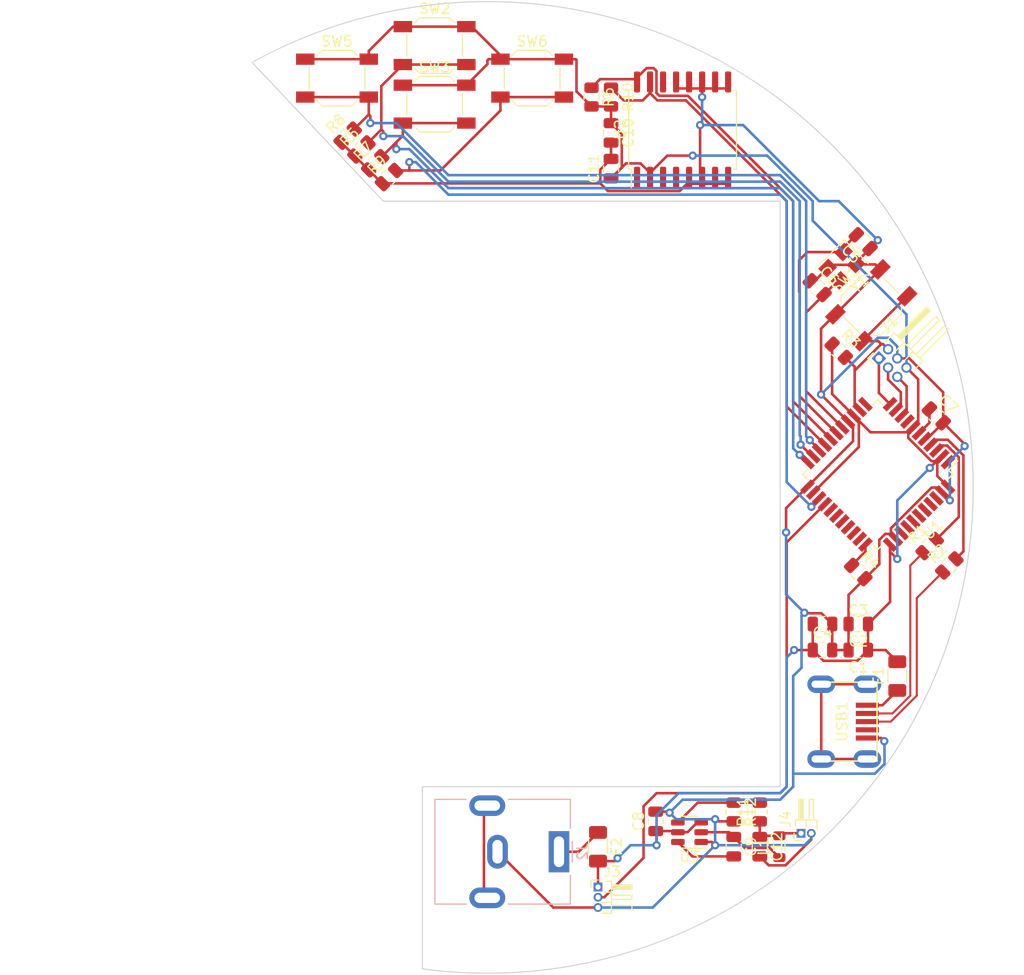
<source format=kicad_pcb>
(kicad_pcb (version 20221018) (generator pcbnew)
  (layers (0 "F.Cu" signal) (31 "B.Cu" signal) (34 "B.Paste" user) (35 "F.Paste" user) (36 "B.SilkS" user "B.Silkscreen") (37 "F.SilkS" user "F.Silkscreen") (38 "B.Mask" user) (39 "F.Mask" user) (44 "Edge.Cuts" user))
  (net 0 "")
  (net 1 "+5V")
  (net 2 "GND")
  (net 3 "Net-(U1-XTAL1)")
  (net 4 "Net-(U1-XTAL2)")
  (net 5 "Net-(U1-UCAP)")
  (net 6 "Net-(U3-SW)")
  (net 7 "Net-(U3-VBST)")
  (net 8 "+1V5")
  (net 9 "VCC")
  (net 10 "Net-(F2-Pad1)")
  (net 11 "MOSI")
  (net 12 "SCLK")
  (net 13 "MISO")
  (net 14 "RESET")
  (net 15 "unconnected-(J2-MountPin-PadMP)")
  (net 16 "LED")
  (net 17 "D-")
  (net 18 "Net-(U1-D-)")
  (net 19 "D+")
  (net 20 "Net-(U1-D+)")
  (net 21 "Net-(U1-~{HWB}{slash}PE2)")
  (net 22 "DP_UP")
  (net 23 "RTC_SCL")
  (net 24 "DP_DOWN")
  (net 25 "DP_LEFT")
  (net 26 "DP_RIGHT")
  (net 27 "RTC_SDA")
  (net 28 "Net-(U3-VFB)")
  (net 50 "unconnected-(USB1-SHIELD-Pad6)")
  (footprint "Capacitor_SMD:C_0805_2012Metric" (layer "F.Cu") (at 159.935 139.91 90)
    (fp_text reference "C8")
    (fp_text value "10uF")
  )
  (footprint "Capacitor_SMD:C_0805_2012Metric" (layer "F.Cu") (at 176.215 120.65)
    (fp_text reference "C3")
    (fp_text value "0.1uF")
  )
  (footprint "Button_Switch_SMD:SW_SPST_SKQG_WithStem" (layer "F.Cu") (at 138.355 64.19)
    (fp_text reference "SW2")
    (fp_text value "SW_Push")
  )
  (footprint "Capacitor_SMD:C_0805_2012Metric" (layer "F.Cu") (at 176.215 123.19)
    (fp_text reference "C4")
    (fp_text value "10uF")
  )
  (footprint "Fuse:Fuse_1206_3216Metric" (layer "F.Cu") (at 183.515 125.73 90)
    (fp_text reference "F1")
    (fp_text value "500mA")
  )
  (footprint "Resistor_SMD:R_0805_2012Metric" (layer "F.Cu") (at 167.555 138.9975 -90)
    (fp_text reference "R12")
    (fp_text value "10k")
  )
  (footprint "Capacitor_SMD:C_0805_2012Metric" (layer "F.Cu") (at 167.555 142.38 -90)
    (fp_text reference "C9")
    (fp_text value "100nF")
  )
  (footprint "Resistor_SMD:R_0805_2012Metric" (layer "F.Cu") (at 188.595 114.935 45)
    (fp_text reference "R2")
    (fp_text value "22")
  )
  (footprint "Capacitor_SMD:C_0805_2012Metric" (layer "F.Cu") (at 187.325 100.33 -45)
    (fp_text reference "C7")
    (fp_text value "1uF")
  )
  (footprint "Resistor_SMD:R_0805_2012Metric" (layer "F.Cu") (at 155.575 69.215 -90)
    (fp_text reference "R10")
    (fp_text value "10k")
  )
  (footprint "Capacitor_SMD:C_0805_2012Metric" (layer "F.Cu") (at 179.71 123.19 180)
    (fp_text reference "C1")
    (fp_text value "0.1uF")
  )
  (footprint "Resistor_SMD:R_0805_2012Metric" (layer "F.Cu") (at 179.705 115.57 -45)
    (fp_text reference "R4")
    (fp_text value "10k")
  )
  (footprint "Inductor_SMD:L_0805_2012Metric" (layer "F.Cu") (at 172 142.380001 90)
    (fp_text reference "L1")
    (fp_text value "1.5uH")
  )
  (footprint "Button_Switch_SMD:SW_SPST_SKQG_WithStem" (layer "F.Cu") (at 128.83 67.365)
    (fp_text reference "SW5")
    (fp_text value "SW_Push")
  )
  (footprint "Fuse:Fuse_1206_3216Metric" (layer "F.Cu") (at 154.305 142.39 -90)
    (fp_text reference "F2")
    (fp_text value "500mA")
  )
  (footprint "Package_TO_SOT_SMD:SOT-23-6" (layer "F.Cu") (at 163.2375 140.97 180)
    (fp_text reference "U3")
    (fp_text value "TPS562200")
  )
  (footprint "Resistor_SMD:R_0805_2012Metric" (layer "F.Cu") (at 131.212489 74.328306 45)
    (fp_text reference "R5")
    (fp_text value "10k")
  )
  (footprint "Package_SO:SOIC-16W_7.5x10.3mm_P1.27mm" (layer "F.Cu") (at 162.56 72.39 90)
    (fp_text reference "U2")
    (fp_text value "DS3231M")
  )
  (footprint "footprints:Molex-0548190589" (layer "F.Cu") (at 176.091993 130.175001)
    (fp_text reference "USB1")
    (fp_text value "Molex-0548190589")
  )
  (footprint "Button_Switch_SMD:SW_SPST_SKQG_WithStem" (layer "F.Cu") (at 147.88 67.365)
    (fp_text reference "SW6")
    (fp_text value "SW_Push")
  )
  (footprint "Capacitor_SMD:C_0805_2012Metric" (layer "F.Cu") (at 155.575 72.710001 -90)
    (fp_text reference "C10")
    (fp_text value "10uF")
  )
  (footprint "Resistor_SMD:R_0805_2012Metric" (layer "F.Cu") (at 153.67 69.215 -90)
    (fp_text reference "R6")
    (fp_text value "10k")
  )
  (footprint "Connector_PinHeader_1.00mm:PinHeader_1x03_P1.00mm_Horizontal" (layer "F.Cu") (at 154.305 146.32)
    (fp_text reference "J3")
    (fp_text value "Conn_01x03")
  )
  (footprint "Capacitor_SMD:C_0805_2012Metric" (layer "F.Cu") (at 170.095 142.38 -90)
    (fp_text reference "C12")
    (fp_text value "22uF")
  )
  (footprint "Crystal:Crystal_SMD_3225-4Pin_3.2x2.5mm" (layer "F.Cu") (at 178.094846 85.725 -135)
    (fp_text reference "Y1")
    (fp_text value "16MHz")
  )
  (footprint "Resistor_SMD:R_0805_2012Metric" (layer "F.Cu") (at 132.559527 75.675345 45)
    (fp_text reference "R7")
    (fp_text value "10k")
  )
  (footprint "Capacitor_SMD:C_0805_2012Metric" (layer "F.Cu") (at 155.575 76.2 90)
    (fp_text reference "C11")
    (fp_text value "0.1uF")
  )
  (footprint "Package_QFP:TQFP-44_10x10mm_P0.8mm" (layer "F.Cu") (at 181.61 106.045 -135)
    (fp_text reference "U1")
    (fp_text value "ATmega32U4-A")
  )
  (footprint "Connector_PinHeader_1.00mm:PinHeader_1x02_P1.00mm_Horizontal" (layer "F.Cu") (at 174.125 141.075 90)
    (fp_text reference "J4")
    (fp_text value "Conn_01x02")
  )
  (footprint "Capacitor_SMD:C_0805_2012Metric" (layer "F.Cu") (at 175.697754 87.818036 -45)
    (fp_text reference "C6")
    (fp_text value "22pF")
  )
  (footprint "Resistor_SMD:R_0805_2012Metric" (layer "F.Cu") (at 129.86545 72.981268 45)
    (fp_text reference "R8")
    (fp_text value "10k")
  )
  (footprint "Resistor_SMD:R_0805_2012Metric" (layer "F.Cu") (at 170.095 138.997499 90)
    (fp_text reference "R11")
    (fp_text value "5.76k")
  )
  (footprint "Resistor_SMD:R_0805_2012Metric" (layer "F.Cu") (at 133.906565 77.022383 45)
    (fp_text reference "R9")
    (fp_text value "10k")
  )
  (footprint "Connector_PinHeader_1.27mm:PinHeader_2x03_P1.27mm_Horizontal" (layer "F.Cu") (at 181.718949 94.723949 45)
    (fp_text reference "J1")
    (fp_text value "Conn_02x03_Counter_Clockwise")
  )
  (footprint "Capacitor_SMD:C_0805_2012Metric" (layer "F.Cu") (at 180.187882 83.327908 135)
    (fp_text reference "C5")
    (fp_text value "22pF")
  )
  (footprint "Button_Switch_SMD:SW_SPST_SKQG_WithStem" (layer "F.Cu") (at 138.355 69.905)
    (fp_text reference "SW3")
    (fp_text value "SW_Push")
  )
  (footprint "Button_Switch_SMD:SW_SPST_SKQG_WithStem" (layer "F.Cu") (at 180.975 89.535 45)
    (fp_text reference "SW1")
    (fp_text value "SW_Push")
  )
  (footprint "Capacitor_SMD:C_0805_2012Metric" (layer "F.Cu") (at 179.71 120.65 180)
    (fp_text reference "C2")
    (fp_text value "0.1uF")
  )
  (footprint "Resistor_SMD:R_0805_2012Metric" (layer "F.Cu") (at 177.8 93.98 -45)
    (fp_text reference "R3")
    (fp_text value "10k")
  )
  (footprint "Resistor_SMD:R_0805_2012Metric" (layer "F.Cu") (at 186.679765 113.040235 45)
    (fp_text reference "R1")
    (fp_text value "22")
  )
  (footprint "Connector_BarrelJack:BarrelJack_CUI_PJ-063AH_Horizontal" (layer "B.Cu") (at 150.495 142.875 90)
    (fp_text reference "J2")
    (fp_text value "Barrel_Jack_MountingPin")
  )
  (gr_line (start 172.085 136.525) (end 137.16 136.525) (stroke (width 0.1)) (layer "Edge.Cuts"))
  (gr_line (start 133.35 79.375) (end 172.085 79.375) (stroke (width 0.1)) (layer "Edge.Cuts"))
  (gr_line (start 137.16 136.525) (end 137.16 154.304999) (stroke (width 0.1)) (layer "Edge.Cuts"))
  (gr_line (start 120.536417 65.83492) (end 133.35 79.375) (stroke (width 0.1)) (layer "Edge.Cuts"))
  (gr_arc (start 120.536417 65.83492) (mid 190.111576 98.558535) (end 137.16 154.304999) (stroke (width 0.1)) (layer "Edge.Cuts"))
  (gr_line (start 172.085 79.375) (end 172.085 136.525) (stroke (width 0.1)) (layer "Edge.Cuts"))
  (segment (start 131.93 64.715) (end 134.305 62.34) (width 0.25) (layer "F.Cu") (net 1))
  (segment (start 187.419152 104.761331) (end 187.419152 106.197298) (width 0.25) (layer "F.Cu") (net 1))
  (segment (start 187.419152 106.197298) (end 188.468936 107.247082) (width 0.25) (layer "F.Cu") (net 1))
  (segment (start 184.590725 101.932904) (end 180.892017 101.932904) (width 0.25) (layer "F.Cu") (net 1))
  (segment (start 185.558922 100.964707) (end 185.558922 96.767871) (width 0.25) (layer "F.Cu") (net 1))
  (segment (start 182.812082 118.497918) (end 182.812082 112.903936) (width 0.25) (layer "F.Cu") (net 1))
  (segment (start 175.265 123.19) (end 176.315 124.24) (width 0.25) (layer "F.Cu") (net 1))
  (segment (start 144.78 65.515) (end 143.63 65.515) (width 0.25) (layer "F.Cu") (net 1))
  (segment (start 152.205 65.59) (end 152.205 68.6625) (width 0.25) (layer "F.Cu") (net 1))
  (segment (start 158.461751 75.69) (end 159.385 76.613249) (width 0.25) (layer "F.Cu") (net 1))
  (segment (start 177.154765 98.195652) (end 177.154765 93.334765) (width 0.25) (layer "F.Cu") (net 1))
  (segment (start 180.66 123.19) (end 180.66 120.65) (width 0.25) (layer "F.Cu") (net 1))
  (segment (start 159.385 76.613249) (end 159.385 77.04) (width 0.25) (layer "F.Cu") (net 1))
  (segment (start 157.035 75.69) (end 158.461751 75.69) (width 0.25) (layer "F.Cu") (net 1))
  (segment (start 180.66 120.65) (end 182.812082 118.497918) (width 0.25) (layer "F.Cu") (net 1))
  (segment (start 135.255 62.34) (end 141.455 62.34) (width 0.25) (layer "F.Cu") (net 1))
  (segment (start 155.575 71.760001) (end 156.625 72.810001) (width 0.25) (layer "F.Cu") (net 1))
  (segment (start 155.575 70.1275) (end 155.575 71.760001) (width 0.25) (layer "F.Cu") (net 1))
  (segment (start 180.892017 101.932904) (end 179.760646 100.801533) (width 0.25) (layer "F.Cu") (net 1))
  (segment (start 141.455 62.34) (end 141.981778 62.34) (width 0.25) (layer "F.Cu") (net 1))
  (segment (start 161.068249 74.93) (end 163.545701 74.93) (width 0.25) (layer "F.Cu") (net 1))
  (segment (start 185.074823 101.448806) (end 185.558922 100.964707) (width 0.25) (layer "F.Cu") (net 1))
  (segment (start 159.935 140.86) (end 161.99 140.86) (width 0.25) (layer "F.Cu") (net 1))
  (segment (start 134.305 62.34) (end 135.255 62.34) (width 0.25) (layer "F.Cu") (net 1))
  (segment (start 185.074823 101.448806) (end 184.590725 101.932904) (width 0.25) (layer "F.Cu") (net 1))
  (segment (start 175.31675 107.812767) (end 179.760646 103.368871) (width 0.25) (layer "F.Cu") (net 1))
  (segment (start 143.51 66) (end 141.455 68.055) (width 0.25) (layer "F.Cu") (net 1))
  (segment (start 163.040749 140.97) (end 163.990749 140.02) (width 0.25) (layer "F.Cu") (net 1))
  (segment (start 154.305 143.79) (end 155.93 143.79) (width 0.25) (layer "F.Cu") (net 1))
  (segment (start 182.812082 112.903936) (end 182.812082 113.597082) (width 0.25) (layer "F.Cu") (net 1))
  (segment (start 160.02 142.24) (end 160.02 140.945) (width 0.25) (layer "F.Cu") (net 1))
  (segment (start 185.558922 96.767871) (end 184.413026 95.621975) (width 0.25) (layer "F.Cu") (net 1))
  (segment (start 187.90325 104.277233) (end 187.822767 104.277233) (width 0.25) (layer "F.Cu") (net 1))
  (segment (start 143.51 65.635) (end 143.51 66) (width 0.25) (layer "F.Cu") (net 1))
  (segment (start 155.575 77.15) (end 157.035 75.69) (width 0.25) (layer "F.Cu") (net 1))
  (segment (start 141.981778 62.34) (end 144.78 65.138222) (width 0.25) (layer "F.Cu") (net 1))
  (segment (start 184.590725 102.484988) (end 184.590725 101.932904) (width 0.25) (layer "F.Cu") (net 1))
  (segment (start 182.375 123.19) (end 183.515 124.33) (width 0.25) (layer "F.Cu") (net 1))
  (segment (start 187.419151 104.761332) (end 186.867069 104.761332) (width 0.25) (layer "F.Cu") (net 1))
  (segment (start 179.276548 100.317435) (end 177.154765 98.195652) (width 0.25) (layer "F.Cu") (net 1))
  (segment (start 135.255 68.055) (end 141.455 68.055) (width 0.25) (layer "F.Cu") (net 1))
  (segment (start 162.1 140.97) (end 163.040749 140.97) (width 0.25) (layer "F.Cu") (net 1))
  (segment (start 144.78 65.138222) (end 144.78 65.515) (width 0.25) (layer "F.Cu") (net 1))
  (segment (start 187.90325 104.277233) (end 187.419152 104.761331) (width 0.25) (layer "F.Cu") (net 1))
  (segment (start 153.67 70.1275) (end 155.575 70.1275) (width 0.25) (layer "F.Cu") (net 1))
  (segment (start 179.61 124.24) (end 180.66 123.19) (width 0.25) (layer "F.Cu") (net 1))
  (segment (start 159.385 76.613249) (end 161.068249 74.93) (width 0.25) (layer "F.Cu") (net 1))
  (segment (start 179.760646 103.368871) (end 179.760646 100.801533) (width 0.25) (layer "F.Cu") (net 1))
  (segment (start 152.13 65.515) (end 152.205 65.59) (width 0.25) (layer "F.Cu") (net 1))
  (segment (start 176.315 124.24) (end 179.61 124.24) (width 0.25) (layer "F.Cu") (net 1))
  (segment (start 187.90325 104.277233) (end 187.419151 104.761332) (width 0.25) (layer "F.Cu") (net 1))
  (segment (start 182.812082 113.597082) (end 183.515 114.3) (width 0.25) (layer "F.Cu") (net 1))
  (segment (start 131.93 65.515) (end 131.93 64.715) (width 0.25) (layer "F.Cu") (net 1))
  (segment (start 175.265 123.19) (end 175.265 120.65) (width 0.25) (layer "F.Cu") (net 1))
  (segment (start 187.822767 104.277233) (end 186.69 105.41) (width 0.25) (layer "F.Cu") (net 1))
  (segment (start 143.63 65.515) (end 143.51 65.635) (width 0.25) (layer "F.Cu") (net 1))
  (segment (start 156.625 72.810001) (end 156.625 76.1) (width 0.25) (layer "F.Cu") (net 1))
  (segment (start 144.78 65.515) (end 150.98 65.515) (width 0.25) (layer "F.Cu") (net 1))
  (segment (start 125.73 65.515) (end 131.93 65.515) (width 0.25) (layer "F.Cu") (net 1))
  (segment (start 150.98 65.515) (end 152.13 65.515) (width 0.25) (layer "F.Cu") (net 1))
  (segment (start 161.99 140.86) (end 162.1 140.97) (width 0.25) (layer "F.Cu") (net 1))
  (segment (start 186.867069 104.761332) (end 184.590725 102.484988) (width 0.25) (layer "F.Cu") (net 1))
  (segment (start 163.990749 140.02) (end 164.375 140.02) (width 0.25) (layer "F.Cu") (net 1))
  (segment (start 160.02 140.945) (end 159.935 140.86) (width 0.25) (layer "F.Cu") (net 1))
  (segment (start 173.4445 123.19) (end 175.265 123.19) (width 0.25) (layer "F.Cu") (net 1))
  (segment (start 152.205 68.6625) (end 153.67 70.1275) (width 0.25) (layer "F.Cu") (net 1))
  (segment (start 154.305 143.79) (end 154.305 146.32) (width 0.25) (layer "F.Cu") (net 1))
  (segment (start 180.66 123.19) (end 182.375 123.19) (width 0.25) (layer "F.Cu") (net 1))
  (segment (start 156.625 76.1) (end 155.575 77.15) (width 0.25) (layer "F.Cu") (net 1))
  (segment (start 179.760646 100.801533) (end 179.276548 100.317435) (width 0.25) (layer "F.Cu") (net 1))
  (segment (start 155.93 143.79) (end 156.21 143.51) (width 0.25) (layer "F.Cu") (net 1))
  (via (at 160.02 142.24) (size 0.8) (drill 0.4) (layers "F.Cu" "B.Cu") (net 1))
  (via (at 163.545701 74.93) (size 0.8) (drill 0.4) (layers "F.Cu" "B.Cu") (net 1))
  (via (at 186.69 105.41) (size 0.8) (drill 0.4) (layers "F.Cu" "B.Cu") (net 1))
  (via (at 156.21 143.51) (size 0.8) (drill 0.4) (layers "F.Cu" "B.Cu") (net 1))
  (via (at 173.4445 123.19) (size 0.8) (drill 0.4) (layers "F.Cu" "B.Cu") (net 1))
  (via (at 183.515 114.3) (size 0.8) (drill 0.4) (layers "F.Cu" "B.Cu") (net 1))
  (segment (start 162.169695 137.16) (end 172.085 137.16) (width 0.25) (layer "B.Cu") (net 1))
  (segment (start 184.413026 90.433026) (end 184.413026 95.621975) (width 0.25) (layer "B.Cu") (net 1))
  (segment (start 170.815 74.93) (end 175.26 79.375) (width 0.25) (layer "B.Cu") (net 1))
  (segment (start 186.69 105.41) (end 183.515 108.585) (width 0.25) (layer "B.Cu") (net 1))
  (segment (start 160.02 142.24) (end 160.02 139.309695) (width 0.25) (layer "B.Cu") (net 1))
  (segment (start 175.26 79.375) (end 175.26 81.28) (width 0.25) (layer "B.Cu") (net 1))
  (segment (start 183.515 108.585) (end 183.515 114.3) (width 0.25) (layer "B.Cu") (net 1))
  (segment (start 172.72 135.255) (end 172.72 123.9145) (width 0.25) (layer "B.Cu") (net 1))
  (segment (start 157.48 142.24) (end 160.02 142.24) (width 0.25) (layer "B.Cu") (net 1))
  (segment (start 172.72 136.525) (end 172.72 135.255) (width 0.25) (layer "B.Cu") (net 1))
  (segment (start 160.02 139.309695) (end 162.169695 137.16) (width 0.25) (layer "B.Cu") (net 1))
  (segment (start 175.26 81.28) (end 184.413026 90.433026) (width 0.25) (layer "B.Cu") (net 1))
  (segment (start 172.085 137.16) (end 172.72 136.525) (width 0.25) (layer "B.Cu") (net 1))
  (segment (start 163.545701 74.93) (end 170.815 74.93) (width 0.25) (layer "B.Cu") (net 1))
  (segment (start 156.21 143.51) (end 157.48 142.24) (width 0.25) (layer "B.Cu") (net 1))
  (segment (start 172.72 123.9145) (end 173.4445 123.19) (width 0.25) (layer "B.Cu") (net 1))
  (segment (start 179.473704 85.548223) (end 179.473704 85.385588) (width 0.25) (layer "F.Cu") (net 2))
  (segment (start 186.867069 107.328668) (end 187.419151 107.328668) (width 0.25) (layer "F.Cu") (net 2))
  (segment (start 164.270201 76.845201) (end 164.465 77.04) (width 0.25) (layer "F.Cu") (net 2))
  (segment (start 179.473704 85.548223) (end 179.431546 85.590381) (width 0.25) (layer "F.Cu") (net 2))
  (segment (start 186.418325 102.580177) (end 187.996751 101.001751) (width 0.25) (layer "F.Cu") (net 2))
  (segment (start 182.893668 111.854151) (end 182.893668 111.302069) (width 0.25) (layer "F.Cu") (net 2))
  (segment (start 180.859633 83.935367) (end 181.61 83.185) (width 0.25) (layer "F.Cu") (net 2))
  (segment (start 167.005 77.675) (end 163.195 77.675) (width 0.25) (layer "F.Cu") (net 2))
  (segment (start 133.26133 77.667618) (end 133.290775 77.638173) (width 0.25) (layer "F.Cu") (net 2))
  (segment (start 187.419151 107.328668) (end 187.90325 107.812767) (width 0.25) (layer "F.Cu") (net 2))
  (segment (start 164.465 68.375) (end 163.195 68.375) (width 0.25) (layer "F.Cu") (net 2))
  (segment (start 164.270201 71.949799) (end 164.270201 76.845201) (width 0.25) (layer "F.Cu") (net 2))
  (segment (start 170.970001 144.205001) (end 172.606479 144.205001) (width 0.25) (layer "F.Cu") (net 2))
  (segment (start 163.195 77.466751) (end 163.195 77.04) (width 0.25) (layer "F.Cu") (net 2))
  (segment (start 187.996751 101.001751) (end 190.088647 103.093647) (width 0.25) (layer "F.Cu") (net 2))
  (segment (start 155.276827 78.39) (end 162.271751 78.39) (width 0.25) (layer "F.Cu") (net 2))
  (segment (start 181.762298 112.43344) (end 181.762298 114.803172) (width 0.25) (layer "F.Cu") (net 2))
  (segment (start 179.194961 102.803185) (end 179.194961 101.367219) (width 0.25) (layer "F.Cu") (net 2))
  (segment (start 130.567254 74.973541) (end 130.567254 74.973542) (width 0.25) (layer "F.Cu") (net 2))
  (segment (start 182.893669 111.854152) (end 182.341586 111.854152) (width 0.25) (layer "F.Cu") (net 2))
  (segment (start 165.735 68.375) (end 167.005 68.375) (width 0.25) (layer "F.Cu") (net 2))
  (segment (start 175.125 141.68648) (end 175.125 141.075) (width 0.25) (layer "F.Cu") (net 2))
  (segment (start 187.996751 98.038973) (end 187.996751 101.001751) (width 0.25) (layer "F.Cu") (net 2))
  (segment (start 175.026003 87.146285) (end 175.47148 87.146285) (width 0.25) (layer "F.Cu") (net 2))
  (segment (start 159.935 138.96) (end 161.185 138.96) (width 0.25) (layer "F.Cu") (net 2))
  (segment (start 180.859633 83.999659) (end 180.859633 83.935367) (width 0.25) (layer "F.Cu") (net 2))
  (segment (start 180.591993 131.775001) (end 181.940001 131.775001) (width 0.25) (layer "F.Cu") (net 2))
  (segment (start 178.76 117.80547) (end 180.350235 116.215235) (width 0.25) (layer "F.Cu") (net 2))
  (segment (start 176.075951 98.248209) (end 176.075951 91.817753) (width 0.25) (layer "F.Cu") (net 2))
  (segment (start 131.914292 76.32058) (end 133.26133 77.667618) (width 0.25) (layer "F.Cu") (net 2))
  (segment (start 181.762298 114.803172) (end 180.350235 116.215235) (width 0.25) (layer "F.Cu") (net 2))
  (segment (start 190.088647 103.093647) (end 190.088647 103.281353) (width 0.25) (layer "F.Cu") (net 2))
  (segment (start 181.940001 131.775001) (end 182.245 132.08) (width 0.25) (layer "F.Cu") (net 2))
  (segment (start 181.372285 85.548223) (end 181.858883 86.034821) (width 0.25) (layer "F.Cu") (net 2))
  (segment (start 183.515 94.723949) (end 184.681727 94.723949) (width 0.25) (layer "F.Cu") (net 2))
  (segment (start 179.431546 85.590381) (end 177.027384 85.590381) (width 0.25) (layer "F.Cu") (net 2))
  (segment (start 179.194961 101.367219) (end 178.710862 100.88312) (width 0.25) (layer "F.Cu") (net 2))
  (segment (start 179.473704 85.548223) (end 181.372285 85.548223) (width 0.25) (layer "F.Cu") (net 2))
  (segment (start 175.47148 87.146285) (end 176.715988 85.901777) (width 0.25) (layer "F.Cu") (net 2))
  (segment (start 176.115 119.6) (end 174.4945 119.6) (width 0.25) (layer "F.Cu") (net 2))
  (segment (start 144.495 142.875) (end 149.94 148.32) (width 0.25) (layer "F.Cu") (net 2))
  (segment (start 161.925 68.375) (end 163.195 68.375) (width 0.25) (layer "F.Cu") (net 2))
  (segment (start 178.76 123.19) (end 178.76 120.65) (width 0.25) (layer "F.Cu") (net 2))
  (segment (start 177.165 123.19) (end 177.165 120.65) (width 0.25) (layer "F.Cu") (net 2))
  (segment (start 177.165 120.65) (end 176.115 119.6) (width 0.25) (layer "F.Cu") (net 2))
  (segment (start 161.185 138.96) (end 161.29 139.065) (width 0.25) (layer "F.Cu") (net 2))
  (segment (start 154.525 77.638173) (end 155.276827 78.39) (width 0.25) (layer "F.Cu") (net 2))
  (segment (start 178.76 123.19) (end 177.165 123.19) (width 0.25) (layer "F.Cu") (net 2))
  (segment (start 182.341586 111.854152) (end 181.762298 112.43344) (width 0.25) (layer "F.Cu") (net 2))
  (segment (start 178.710862 100.88312) (end 176.075951 98.248209) (width 0.25) (layer "F.Cu") (net 2))
  (segment (start 133.290775 77.638173) (end 154.525 77.638173) (width 0.25) (layer "F.Cu") (net 2))
  (segment (start 187.90325 107.831205) (end 188.644924 108.572879) (width 0.25) (layer "F.Cu") (net 2))
  (segment (start 164.465 68.375) (end 165.735 68.375) (width 0.25) (layer "F.Cu") (net 2))
  (segment (start 178.76 120.65) (end 178.76 117.80547) (width 0.25) (layer "F.Cu") (net 2))
  (segment (start 155.575 73.660001) (end 155.575 75.25) (width 0.25) (layer "F.Cu") (net 2))
  (segment (start 129.220216 73.626503) (end 130.567254 74.973541) (width 0.25) (layer "F.Cu") (net 2))
  (segment (start 164.465 67.74) (end 164.465 69.215) (width 0.25) (layer "F.Cu") (net 2))
  (segment (start 167.005 77.04) (end 167.005 77.675) (width 0.25) (layer "F.Cu") (net 2))
  (segment (start 172.606479 144.205001) (end 175.125 141.68648) (width 0.25) (layer "F.Cu") (net 2))
  (segment (start 154.525 76.3) (end 154.525 77.638173) (width 0.25) (layer "F.Cu") (net 2))
  (segment (start 186.206194 102.580177) (end 186.418325 102.580177) (width 0.25) (layer "F.Cu") (net 2))
  (segment (start 174.751064 107.247082) (end 179.194961 102.803185) (width 0.25) (layer "F.Cu") (net 2))
  (segment (start 183.377767 112.33825) (end 182.893669 111.854152) (width 0.25) (layer "F.Cu") (net 2))
  (segment (start 155.575 75.25) (end 154.525 76.3) (width 0.25) (layer "F.Cu") (net 2))
  (segment (start 162.271751 78.39) (end 163.195 77.466751) (width 0.25) (layer "F.Cu") (net 2))
  (segment (start 129.220215 73.626503) (end 129.220216 73.626503) (width 0.25) (layer "F.Cu") (net 2))
  (segment (start 164.375 141.92) (end 165.415 141.92) (width 0.25) (layer "F.Cu") (net 2))
  (segment (start 167.555 139.91) (end 165.945 139.91) (width 0.25) (layer "F.Cu") (net 2))
  (segment (start 170.095 143.33) (end 170.970001 144.205001) (width 0.25) (layer "F.Cu") (net 2))
  (segment (start 174.751064 107.247082) (end 172.66383 109.334316) (width 0.25) (layer "F.Cu") (net 2))
  (segment (start 179.473704 85.385588) (end 180.859633 83.999659) (width 0.25) (layer "F.Cu") (net 2))
  (segment (start 182.893668 111.302069) (end 186.867069 107.328668) (width 0.25) (layer "F.Cu") (net 2))
  (segment (start 130.567254 74.973542) (end 131.914292 76.32058) (width 0.25) (layer "F.Cu") (net 2))
  (segment (start 181.858883 86.034821) (end 177.474821 90.418883) (width 0.25) (layer "F.Cu") (net 2))
  (segment (start 176.075951 91.817753) (end 177.474821 90.418883) (width 0.25) (layer "F.Cu") (net 2))
  (segment (start 172.66383 109.334316) (end 172.66383 111.70383) (width 0.25) (layer "F.Cu") (net 2))
  (segment (start 187.90325 107.812767) (end 187.90325 107.831205) (width 0.25) (layer "F.Cu") (net 2))
  (segment (start 183.377767 112.33825) (end 182.893668 111.854151) (width 0.25) (layer "F.Cu") (net 2))
  (segment (start 165.945 139.91) (end 165.735 139.7) (width 0.25) (layer "F.Cu") (net 2))
  (segment (start 184.681727 94.723949) (end 187.996751 98.038973) (width 0.25) (layer "F.Cu") (net 2))
  (segment (start 177.027384 85.590381) (end 176.715988 85.901777) (width 0.25) (layer "F.Cu") (net 2))
  (segment (start 165.415 141.92) (end 165.735 142.24) (width 0.25) (layer "F.Cu") (net 2))
  (segment (start 149.94 148.32) (end 154.305 148.32) (width 0.25) (layer "F.Cu") (net 2))
  (via (at 165.735 142.24) (size 0.8) (drill 0.4) (layers "F.Cu" "B.Cu") (net 2))
  (via (at 164.465 69.215) (size 0.8) (drill 0.4) (layers "F.Cu" "B.Cu") (net 2))
  (via (at 182.245 132.08) (size 0.8) (drill 0.4) (layers "F.Cu" "B.Cu") (net 2))
  (via (at 172.66383 111.70383) (size 0.8) (drill 0.4) (layers "F.Cu" "B.Cu") (net 2))
  (via (at 165.735 139.7) (size 0.8) (drill 0.4) (layers "F.Cu" "B.Cu") (net 2))
  (via (at 174.444901 119.545208) (size 0.8) (drill 0.4) (layers "F.Cu" "B.Cu") (net 2))
  (via (at 161.29 139.065) (size 0.8) (drill 0.4) (layers "F.Cu" "B.Cu") (net 2))
  (via (at 190.088647 103.281353) (size 0.8) (drill 0.4) (layers "F.Cu" "B.Cu") (net 2))
  (via (at 176.075951 98.248209) (size 0.8) (drill 0.4) (layers "F.Cu" "B.Cu") (net 2))
  (via (at 188.644924 108.572879) (size 0.8) (drill 0.4) (layers "F.Cu" "B.Cu") (net 2))
  (via (at 181.61 83.185) (size 0.8) (drill 0.4) (layers "F.Cu" "B.Cu") (net 2))
  (via (at 164.270201 71.949799) (size 0.8) (drill 0.4) (layers "F.Cu" "B.Cu") (net 2))
  (segment (start 182.266993 132.101993) (end 182.266993 134.311702) (width 0.25) (layer "B.Cu") (net 2))
  (segment (start 159.655 148.32) (end 165.735 142.24) (width 0.25) (layer "B.Cu") (net 2))
  (segment (start 183.515 94.723949) (end 183.515 93.557222) (width 0.25) (layer "B.Cu") (net 2))
  (segment (start 182.245 132.08) (end 182.266993 132.101993) (width 0.25) (layer "B.Cu") (net 2))
  (segment (start 172.66383 111.70383) (end 172.66383 117.764137) (width 0.25) (layer "B.Cu") (net 2))
  (segment (start 175.125 141.075) (end 175.125 141.575) (width 0.25) (layer "B.Cu") (net 2))
  (segment (start 181.323695 135.255) (end 173.355 135.255) (width 0.25) (layer "B.Cu") (net 2))
  (segment (start 175.125 141.575) (end 174.46 142.24) (width 0.25) (layer "B.Cu") (net 2))
  (segment (start 164.465 69.215) (end 164.465 71.755) (width 0.25) (layer "B.Cu") (net 2))
  (segment (start 161.29 139.065) (end 161.925 139.7) (width 0.25) (layer "B.Cu") (net 2))
  (segment (start 174.1695 124.9155) (end 174.1695 119.820609) (width 0.25) (layer "B.Cu") (net 2))
  (segment (start 183.515 93.557222) (end 182.667778 92.71) (width 0.25) (layer "B.Cu") (net 2))
  (segment (start 182.266993 134.311702) (end 181.323695 135.255) (width 0.25) (layer "B.Cu") (net 2))
  (segment (start 173.355 125.73) (end 174.1695 124.9155) (width 0.25) (layer "B.Cu") (net 2))
  (segment (start 173.355 136.525) (end 173.355 135.255) (width 0.25) (layer "B.Cu") (net 2))
  (segment (start 174.46 142.24) (end 165.735 142.24) (width 0.25) (layer "B.Cu") (net 2))
  (segment (start 188.644924 108.572879) (end 188.644924 104.725076) (width 0.25) (layer "B.Cu") (net 2))
  (segment (start 162.56 137.795) (end 172.085 137.795) (width 0.25) (layer "B.Cu") (net 2))
  (segment (start 154.305 148.32) (end 159.655 148.32) (width 0.25) (layer "B.Cu") (net 2))
  (segment (start 172.66383 117.764137) (end 174.444901 119.545208) (width 0.25) (layer "B.Cu") (net 2))
  (segment (start 168.471195 71.949799) (end 164.270201 71.949799) (width 0.25) (layer "B.Cu") (net 2))
  (segment (start 175.895 79.373604) (end 168.471195 71.949799) (width 0.25) (layer "B.Cu") (net 2))
  (segment (start 164.465 71.755) (end 164.270201 71.949799) (width 0.25) (layer "B.Cu") (net 2))
  (segment (start 172.085 137.795) (end 173.355 136.525) (width 0.25) (layer "B.Cu") (net 2))
  (segment (start 182.667778 92.71) (end 181.61416 92.71) (width 0.25) (layer "B.Cu") (net 2))
  (segment (start 177.798604 79.373604) (end 175.895 79.373604) (width 0.25) (layer "B.Cu") (net 2))
  (segment (start 173.355 135.255) (end 173.355 125.73) (width 0.25) (layer "B.Cu") (net 2))
  (segment (start 161.29 139.065) (end 162.56 137.795) (width 0.25) (layer "B.Cu") (net 2))
  (segment (start 181.61 83.185) (end 177.798604 79.373604) (width 0.25) (layer "B.Cu") (net 2))
  (segment (start 165.735 139.7) (end 165.735 142.24) (width 0.25) (layer "B.Cu") (net 2))
  (segment (start 181.61416 92.71) (end 176.075951 98.248209) (width 0.25) (layer "B.Cu") (net 2))
  (segment (start 188.644924 104.725076) (end 190.088647 103.281353) (width 0.25) (layer "B.Cu") (net 2))
  (segment (start 161.925 139.7) (end 165.735 139.7) (width 0.25) (layer "B.Cu") (net 2))
  (segment (start 174.1695 119.820609) (end 174.444901 119.545208) (width 0.25) (layer "B.Cu") (net 2))
  (segment (start 173.99 88.265) (end 173.99 98.425) (width 0.25) (layer "F.Cu") (net 3))
  (segment (start 178.271623 84.346142) (end 178.271623 83.900665) (width 0.25) (layer "F.Cu") (net 3))
  (segment (start 173.99 98.425) (end 177.579491 102.014491) (width 0.25) (layer "F.Cu") (net 3))
  (segment (start 173.938351 85.141649) (end 173.938351 88.213351) (width 0.25) (layer "F.Cu") (net 3))
  (segment (start 178.271623 84.346142) (end 174.733858 84.346142) (width 0.25) (layer "F.Cu") (net 3))
  (segment (start 173.938351 88.213351) (end 173.99 88.265) (width 0.25) (layer "F.Cu") (net 3))
  (segment (start 178.271623 83.900665) (end 179.516131 82.656157) (width 0.25) (layer "F.Cu") (net 3))
  (segment (start 174.733858 84.346142) (end 173.938351 85.141649) (width 0.25) (layer "F.Cu") (net 3))
  (segment (start 174.625 97.928629) (end 174.625 90.234292) (width 0.25) (layer "F.Cu") (net 4))
  (segment (start 178.145177 101.448806) (end 174.625 97.928629) (width 0.25) (layer "F.Cu") (net 4))
  (segment (start 177.755434 87.103858) (end 176.369505 88.489787) (width 0.25) (layer "F.Cu") (net 4))
  (segment (start 174.625 90.234292) (end 176.369505 88.489787) (width 0.25) (layer "F.Cu") (net 4))
  (segment (start 177.918069 87.103858) (end 177.755434 87.103858) (width 0.25) (layer "F.Cu") (net 4))
  (segment (start 186.653249 101.001751) (end 186.653249 99.658249) (width 0.25) (layer "F.Cu") (net 5))
  (segment (start 185.640509 102.014491) (end 186.653249 101.001751) (width 0.25) (layer "F.Cu") (net 5))
  (segment (start 171.062499 142.505) (end 168.63 142.505) (width 0.25) (layer "F.Cu") (net 6))
  (segment (start 172 143.442501) (end 171.062499 142.505) (width 0.25) (layer "F.Cu") (net 6))
  (segment (start 164.375 140.97) (end 167.095 140.97) (width 0.25) (layer "F.Cu") (net 6))
  (segment (start 167.095 140.97) (end 167.555 141.43) (width 0.25) (layer "F.Cu") (net 6))
  (segment (start 168.63 142.505) (end 167.555 141.43) (width 0.25) (layer "F.Cu") (net 6))
  (segment (start 163.509999 143.33) (end 162.1 141.92) (width 0.25) (layer "F.Cu") (net 7))
  (segment (start 167.555 143.33) (end 163.509999 143.33) (width 0.25) (layer "F.Cu") (net 7))
  (segment (start 170.2075 141.317501) (end 170.095 141.430001) (width 0.25) (layer "F.Cu") (net 8))
  (segment (start 172.242501 141.075) (end 172 141.317501) (width 0.25) (layer "F.Cu") (net 8))
  (segment (start 170.095 141.430001) (end 170.095 139.91) (width 0.25) (layer "F.Cu") (net 8))
  (segment (start 174.125 141.075) (end 172.242501 141.075) (width 0.25) (layer "F.Cu") (net 8))
  (segment (start 172 141.317501) (end 170.2075 141.317501) (width 0.25) (layer "F.Cu") (net 8))
  (segment (start 182.069999 128.575001) (end 183.515 127.13) (width 0.25) (layer "F.Cu") (net 9))
  (segment (start 180.591993 128.575001) (end 182.069999 128.575001) (width 0.25) (layer "F.Cu") (net 9))
  (segment (start 152.42 142.875) (end 150.495 142.875) (width 0.25) (layer "F.Cu") (net 10))
  (segment (start 154.305 140.99) (end 152.42 142.875) (width 0.25) (layer "F.Cu") (net 10))
  (segment (start 183.861866 98.033593) (end 182.616975 96.788702) (width 0.25) (layer "F.Cu") (net 11))
  (segment (start 182.616975 96.788702) (end 182.616975 95.621975) (width 0.25) (layer "F.Cu") (net 11))
  (segment (start 183.377767 99.75175) (end 183.861866 99.267651) (width 0.25) (layer "F.Cu") (net 11))
  (segment (start 183.861866 99.267651) (end 183.861866 98.033593) (width 0.25) (layer "F.Cu") (net 11))
  (segment (start 184.427551 97.432551) (end 183.515 96.52) (width 0.25) (layer "F.Cu") (net 12))
  (segment (start 183.943452 100.317435) (end 184.427551 99.833336) (width 0.25) (layer "F.Cu") (net 12))
  (segment (start 184.427551 99.833336) (end 184.427551 97.432551) (width 0.25) (layer "F.Cu") (net 12))
  (segment (start 182.812082 99.186064) (end 181.718949 98.092931) (width 0.25) (layer "F.Cu") (net 13))
  (segment (start 181.718949 98.092931) (end 181.718949 94.723949) (width 0.25) (layer "F.Cu") (net 13))
  (segment (start 178.445235 94.625235) (end 179.358134 95.538134) (width 0.25) (layer "F.Cu") (net 14))
  (segment (start 182.116976 93.325924) (end 182.616975 93.825923) (width 0.25) (layer "F.Cu") (net 14))
  (segment (start 180.091117 93.035179) (end 181.659501 93.035179) (width 0.25) (layer "F.Cu") (net 14))
  (segment (start 181.659501 93.035179) (end 181.950246 93.325924) (width 0.25) (layer "F.Cu") (net 14))
  (segment (start 179.358134 99.267651) (end 179.358134 95.918036) (width 0.25) (layer "F.Cu") (net 14))
  (segment (start 179.842233 99.75175) (end 179.358134 99.267651) (width 0.25) (layer "F.Cu") (net 14))
  (segment (start 181.950246 93.325924) (end 182.116976 93.325924) (width 0.25) (layer "F.Cu") (net 14))
  (segment (start 179.358134 95.538134) (end 179.358134 95.918036) (width 0.25) (layer "F.Cu") (net 14))
  (segment (start 180.091117 93.035179) (end 184.475179 88.651117) (width 0.25) (layer "F.Cu") (net 14))
  (segment (start 179.358134 95.918036) (end 181.950246 93.325924) (width 0.25) (layer "F.Cu") (net 14))
  (segment (start 143.17 147.05) (end 143.17 138.7) (width 0.25) (layer "F.Cu") (net 15))
  (segment (start 143.17 138.7) (end 143.495 138.375) (width 0.25) (layer "F.Cu") (net 15))
  (segment (start 143.495 147.375) (end 143.17 147.05) (width 0.25) (layer "F.Cu") (net 15))
  (segment (start 160.02 137.16) (end 158.75 138.43) (width 0.25) (layer "F.Cu") (net 16))
  (segment (start 154.90604 147.32) (end 154.305 147.32) (width 0.25) (layer "F.Cu") (net 16))
  (segment (start 158.75 138.43) (end 158.75 143.47604) (width 0.25) (layer "F.Cu") (net 16))
  (segment (start 172.085 137.16) (end 160.02 137.16) (width 0.25) (layer "F.Cu") (net 16))
  (segment (start 172.72 112.672258) (end 172.72 136.525) (width 0.25) (layer "F.Cu") (net 16))
  (segment (start 176.44812 108.944138) (end 172.72 112.672258) (width 0.25) (layer "F.Cu") (net 16))
  (segment (start 172.72 136.525) (end 172.085 137.16) (width 0.25) (layer "F.Cu") (net 16))
  (segment (start 158.75 143.47604) (end 154.90604 147.32) (width 0.25) (layer "F.Cu") (net 16))
  (segment (start 180.591993 129.375001) (end 183.047816 129.375001) (width 0.2) (layer "F.Cu") (net 17))
  (segment (start 184.785 127.637817) (end 184.785 114.935) (width 0.2) (layer "F.Cu") (net 17))
  (segment (start 184.785 114.935) (end 186.03453 113.68547) (width 0.2) (layer "F.Cu") (net 17))
  (segment (start 183.047816 129.375001) (end 184.785 127.637817) (width 0.2) (layer "F.Cu") (net 17))
  (segment (start 189.51872 110.20128) (end 189.51872 104.372422) (width 0.25) (layer "F.Cu") (net 18))
  (segment (start 188.373746 103.227449) (end 187.821664 103.227449) (width 0.25) (layer "F.Cu") (net 18))
  (segment (start 187.821664 103.227449) (end 187.337565 103.711548) (width 0.25) (layer "F.Cu") (net 18))
  (segment (start 189.51872 104.372422) (end 188.373746 103.227449) (width 0.25) (layer "F.Cu") (net 18))
  (segment (start 187.325 112.395) (end 189.51872 110.20128) (width 0.25) (layer "F.Cu") (net 18))
  (segment (start 182.88 130.175) (end 185.42 127.635) (width 0.2) (layer "F.Cu") (net 19))
  (segment (start 180.591993 130.175001) (end 182.88 130.175) (width 0.2) (layer "F.Cu") (net 19))
  (segment (start 185.42 118.11) (end 187.949765 115.580235) (width 0.2) (layer "F.Cu") (net 19))
  (segment (start 185.42 127.635) (end 185.42 118.11) (width 0.2) (layer "F.Cu") (net 19))
  (segment (start 189.96872 104.186026) (end 188.444458 102.661764) (width 0.25) (layer "F.Cu") (net 20))
  (segment (start 189.240235 114.289765) (end 189.96872 113.56128) (width 0.25) (layer "F.Cu") (net 20))
  (segment (start 187.255978 102.661764) (end 186.77188 103.145862) (width 0.25) (layer "F.Cu") (net 20))
  (segment (start 189.96872 113.56128) (end 189.96872 104.186026) (width 0.25) (layer "F.Cu") (net 20))
  (segment (start 188.444458 102.661764) (end 187.255978 102.661764) (width 0.25) (layer "F.Cu") (net 20))
  (segment (start 180.407918 112.903936) (end 180.407918 113.576612) (width 0.25) (layer "F.Cu") (net 21))
  (segment (start 180.407918 113.576612) (end 179.059765 114.924765) (width 0.25) (layer "F.Cu") (net 21))
  (segment (start 135.255 66.04) (end 133.155 68.14) (width 0.25) (layer "F.Cu") (net 22))
  (segment (start 175.31675 104.277233) (end 175.216236 104.277233) (width 0.25) (layer "F.Cu") (net 22))
  (segment (start 133.35 72.580795) (end 133.35 73.025) (width 0.25) (layer "F.Cu") (net 22))
  (segment (start 133.155 72.385795) (end 133.35 72.580795) (width 0.25) (layer "F.Cu") (net 22))
  (segment (start 133.155 68.14) (end 133.155 72.385795) (width 0.25) (layer "F.Cu") (net 22))
  (segment (start 133.155 72.385795) (end 131.857724 73.683071) (width 0.25) (layer "F.Cu") (net 22))
  (segment (start 135.255 66.04) (end 141.455 66.04) (width 0.25) (layer "F.Cu") (net 22))
  (segment (start 175.216236 104.277233) (end 174.0795 103.140497) (width 0.25) (layer "F.Cu") (net 22))
  (via (at 133.35 73.025) (size 0.8) (drill 0.4) (layers "F.Cu" "B.Cu") (net 22))
  (via (at 174.0795 103.140497) (size 0.8) (drill 0.4) (layers "F.Cu" "B.Cu") (net 22))
  (segment (start 135.257792 73.025) (end 133.35 73.025) (width 0.25) (layer "B.Cu") (net 22))
  (segment (start 174.0795 102.3245) (end 173.99 102.235) (width 0.25) (layer "B.Cu") (net 22))
  (segment (start 173.99 79.375) (end 172.085 77.47) (width 0.25) (layer "B.Cu") (net 22))
  (segment (start 173.99 102.235) (end 173.99 79.375) (width 0.25) (layer "B.Cu") (net 22))
  (segment (start 174.0795 103.140497) (end 174.0795 102.3245) (width 0.25) (layer "B.Cu") (net 22))
  (segment (start 139.702792 77.47) (end 135.257792 73.025) (width 0.25) (layer "B.Cu") (net 22))
  (segment (start 172.085 77.47) (end 139.702792 77.47) (width 0.25) (layer "B.Cu") (net 22))
  (segment (start 159.038249 66.39) (end 158.115 67.313249) (width 0.25) (layer "F.Cu") (net 23))
  (segment (start 154.5075 67.465) (end 157.84 67.465) (width 0.25) (layer "F.Cu") (net 23))
  (segment (start 160.288249 69.09) (end 160.01 68.811751) (width 0.25) (layer "F.Cu") (net 23))
  (segment (start 160.01 66.668249) (end 159.731751 66.39) (width 0.25) (layer "F.Cu") (net 23))
  (segment (start 153.67 68.3025) (end 154.5075 67.465) (width 0.25) (layer "F.Cu") (net 23))
  (segment (start 163.071396 69.09) (end 160.288249 69.09) (width 0.25) (layer "F.Cu") (net 23))
  (segment (start 173.355 98.921371) (end 173.355 79.375) (width 0.25) (layer "F.Cu") (net 23))
  (segment (start 157.84 67.465) (end 158.115 67.74) (width 0.25) (layer "F.Cu") (net 23))
  (segment (start 173.17 79.19) (end 173.17 79.188604) (width 0.25) (layer "F.Cu") (net 23))
  (segment (start 158.115 67.313249) (end 158.115 67.74) (width 0.25) (layer "F.Cu") (net 23))
  (segment (start 173.17 79.188604) (end 163.071396 69.09) (width 0.25) (layer "F.Cu") (net 23))
  (segment (start 159.731751 66.39) (end 159.038249 66.39) (width 0.25) (layer "F.Cu") (net 23))
  (segment (start 160.01 68.811751) (end 160.01 66.668249) (width 0.25) (layer "F.Cu") (net 23))
  (segment (start 177.013806 102.580177) (end 173.355 98.921371) (width 0.25) (layer "F.Cu") (net 23))
  (segment (start 173.355 79.375) (end 173.17 79.19) (width 0.25) (layer "F.Cu") (net 23))
  (segment (start 135.255 72.979872) (end 134.597436 73.637436) (width 0.25) (layer "F.Cu") (net 24))
  (segment (start 174.692918 104.842918) (end 173.99 104.14) (width 0.25) (layer "F.Cu") (net 24))
  (segment (start 134.597436 73.637436) (end 133.204762 75.03011) (width 0.25) (layer "F.Cu") (net 24))
  (segment (start 134.597436 73.637436) (end 134.62 73.66) (width 0.25) (layer "F.Cu") (net 24))
  (segment (start 134.62 73.66) (end 134.62 74.295) (width 0.25) (layer "F.Cu") (net 24))
  (segment (start 135.255 71.755) (end 135.255 72.979872) (width 0.25) (layer "F.Cu") (net 24))
  (segment (start 135.255 71.755) (end 141.455 71.755) (width 0.25) (layer "F.Cu") (net 24))
  (segment (start 174.751064 104.842918) (end 174.692918 104.842918) (width 0.25) (layer "F.Cu") (net 24))
  (via (at 134.62 74.295) (size 0.8) (drill 0.4) (layers "F.Cu" "B.Cu") (net 24))
  (via (at 173.99 104.14) (size 0.8) (drill 0.4) (layers "F.Cu" "B.Cu") (net 24))
  (segment (start 173.99 104.14) (end 173.355 103.505) (width 0.25) (layer "B.Cu") (net 24))
  (segment (start 135.891396 74.295) (end 134.62 74.295) (width 0.25) (layer "B.Cu") (net 24))
  (segment (start 173.355 103.505) (end 173.355 79.375) (width 0.25) (layer "B.Cu") (net 24))
  (segment (start 173.355 79.375) (end 172.085 78.105) (width 0.25) (layer "B.Cu") (net 24))
  (segment (start 172.085 78.105) (end 139.701396 78.105) (width 0.25) (layer "B.Cu") (net 24))
  (segment (start 139.701396 78.105) (end 135.891396 74.295) (width 0.25) (layer "B.Cu") (net 24))
  (segment (start 131.93 70.916718) (end 130.510685 72.336033) (width 0.25) (layer "F.Cu") (net 25))
  (segment (start 132.08 71.066718) (end 132.08 71.755) (width 0.25) (layer "F.Cu") (net 25))
  (segment (start 131.93 70.916718) (end 132.08 71.066718) (width 0.25) (layer "F.Cu") (net 25))
  (segment (start 131.93 69.215) (end 131.93 70.916718) (width 0.25) (layer "F.Cu") (net 25))
  (segment (start 175.882435 103.604776) (end 174.974667 102.697008) (width 0.25) (layer "F.Cu") (net 25))
  (segment (start 175.882435 103.711548) (end 175.882435 103.604776) (width 0.25) (layer "F.Cu") (net 25))
  (segment (start 125.73 69.215) (end 131.93 69.215) (width 0.25) (layer "F.Cu") (net 25))
  (via (at 132.08 71.755) (size 0.8) (drill 0.4) (layers "F.Cu" "B.Cu") (net 25))
  (via (at 174.974667 102.697008) (size 0.8) (drill 0.4) (layers "F.Cu" "B.Cu") (net 25))
  (segment (start 174.625 79.375) (end 172.085 76.835) (width 0.25) (layer "B.Cu") (net 25))
  (segment (start 172.085 76.835) (end 139.704188 76.835) (width 0.25) (layer "B.Cu") (net 25))
  (segment (start 174.974667 102.697008) (end 174.625 102.347341) (width 0.25) (layer "B.Cu") (net 25))
  (segment (start 134.624188 71.755) (end 132.08 71.755) (width 0.25) (layer "B.Cu") (net 25))
  (segment (start 139.704188 76.835) (end 134.624188 71.755) (width 0.25) (layer "B.Cu") (net 25))
  (segment (start 174.625 102.347341) (end 174.625 79.375) (width 0.25) (layer "B.Cu") (net 25))
  (segment (start 135.89 76.377148) (end 135.89 75.565) (width 0.25) (layer "F.Cu") (net 26))
  (segment (start 175.882435 108.378452) (end 175.882435 108.449373) (width 0.25) (layer "F.Cu") (net 26))
  (segment (start 144.78 70.53) (end 138.932852 76.377148) (width 0.25) (layer "F.Cu") (net 26))
  (segment (start 144.78 69.215) (end 144.78 70.53) (width 0.25) (layer "F.Cu") (net 26))
  (segment (start 144.78 69.215) (end 150.98 69.215) (width 0.25) (layer "F.Cu") (net 26))
  (segment (start 135.89 76.377148) (end 134.5518 76.377148) (width 0.25) (layer "F.Cu") (net 26))
  (segment (start 138.932852 76.377148) (end 135.89 76.377148) (width 0.25) (layer "F.Cu") (net 26))
  (segment (start 175.882435 108.449373) (end 175.128802 109.203006) (width 0.25) (layer "F.Cu") (net 26))
  (via (at 175.128802 109.203006) (size 0.8) (drill 0.4) (layers "F.Cu" "B.Cu") (net 26))
  (via (at 135.89 75.565) (size 0.8) (drill 0.4) (layers "F.Cu" "B.Cu") (net 26))
  (segment (start 172.083604 78.74) (end 139.7 78.74) (width 0.25) (layer "B.Cu") (net 26))
  (segment (start 172.72 79.376396) (end 172.083604 78.74) (width 0.25) (layer "B.Cu") (net 26))
  (segment (start 172.72 106.794204) (end 172.72 79.376396) (width 0.25) (layer "B.Cu") (net 26))
  (segment (start 139.7 78.74) (end 136.525 75.565) (width 0.25) (layer "B.Cu") (net 26))
  (segment (start 136.525 75.565) (end 135.89 75.565) (width 0.25) (layer "B.Cu") (net 26))
  (segment (start 175.128802 109.203006) (end 172.72 106.794204) (width 0.25) (layer "B.Cu") (net 26))
  (segment (start 172.72 99.417742) (end 172.72 79.375) (width 0.25) (layer "F.Cu") (net 27))
  (segment (start 156.8125 69.54) (end 158.668147 69.54) (width 0.25) (layer "F.Cu") (net 27))
  (segment (start 162.885 69.54) (end 160.101853 69.54) (width 0.25) (layer "F.Cu") (net 27))
  (segment (start 160.101853 69.54) (end 159.385 68.823147) (width 0.25) (layer "F.Cu") (net 27))
  (segment (start 159.385 68.823147) (end 159.385 67.74) (width 0.25) (layer "F.Cu") (net 27))
  (segment (start 155.575 68.3025) (end 156.8125 69.54) (width 0.25) (layer "F.Cu") (net 27))
  (segment (start 176.44812 103.145862) (end 172.72 99.417742) (width 0.25) (layer "F.Cu") (net 27))
  (segment (start 172.72 79.375) (end 162.885 69.54) (width 0.25) (layer "F.Cu") (net 27))
  (segment (start 158.668147 69.54) (end 159.385 68.823147) (width 0.25) (layer "F.Cu") (net 27))
  (segment (start 164.035 138.084999) (end 162.1 140.02) (width 0.25) (layer "F.Cu") (net 28))
  (segment (start 167.555 138.085) (end 170.095001 138.085) (width 0.25) (layer "F.Cu") (net 28))
  (segment (start 167.555 138.085) (end 164.035 138.084999) (width 0.25) (layer "F.Cu") (net 28))
  (segment (start 176.091993 126.525001) (end 180.591993 126.525001) (width 0.25) (layer "F.Cu") (net 50))
  (segment (start 176.091993 133.825001) (end 176.091993 126.525001) (width 0.25) (layer "F.Cu") (net 50))
  (segment (start 176.091993 133.825001) (end 180.591993 133.825001) (width 0.25) (layer "F.Cu") (net 50))
)
</source>
